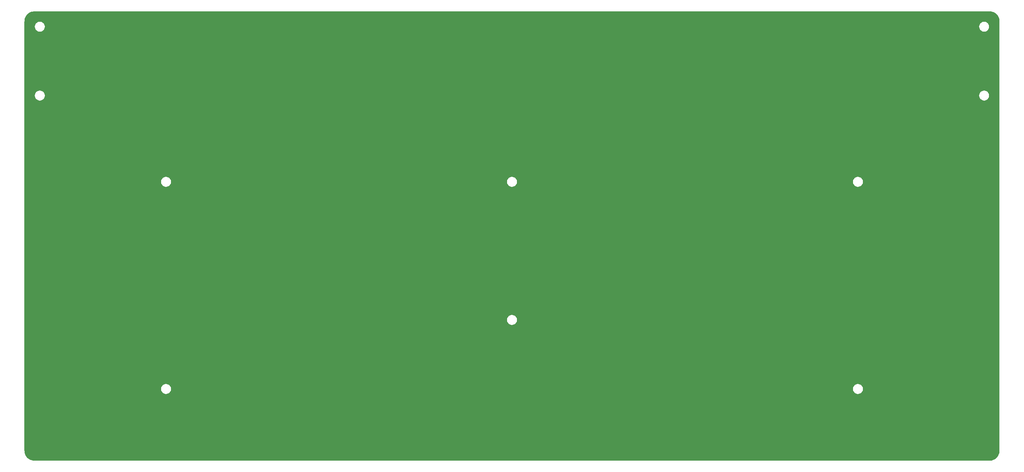
<source format=gbr>
G04 #@! TF.GenerationSoftware,KiCad,Pcbnew,(5.99.0-176-g31e38f2fd)*
G04 #@! TF.CreationDate,2019-12-28T01:19:50+01:00*
G04 #@! TF.ProjectId,5x14_ortho_keyboard_elite-c_backplate,35783134-5f6f-4727-9468-6f5f6b657962,rev?*
G04 #@! TF.SameCoordinates,Original*
G04 #@! TF.FileFunction,Copper,L2,Bot*
G04 #@! TF.FilePolarity,Positive*
%FSLAX46Y46*%
G04 Gerber Fmt 4.6, Leading zero omitted, Abs format (unit mm)*
G04 Created by KiCad (PCBNEW (5.99.0-176-g31e38f2fd)) date 2019-12-28 01:19:50*
%MOMM*%
%LPD*%
G04 APERTURE LIST*
%ADD10C,0.200000*%
G04 APERTURE END LIST*
D10*
G36*
X280694893Y-34809000D02*
G01*
X281029068Y-34828268D01*
X281329113Y-34880635D01*
X281621138Y-34967137D01*
X281901285Y-35086630D01*
X282165850Y-35237535D01*
X282411312Y-35417844D01*
X282634429Y-35625176D01*
X282832228Y-35856770D01*
X283002106Y-36109576D01*
X283141797Y-36380222D01*
X283249459Y-36665141D01*
X283323655Y-36960527D01*
X283363894Y-37266181D01*
X283371697Y-37478964D01*
X283376000Y-37497097D01*
X283376001Y-155911692D01*
X283372250Y-155926143D01*
X283352982Y-156260318D01*
X283300617Y-156560355D01*
X283214114Y-156852385D01*
X283094620Y-157132535D01*
X282943714Y-157397101D01*
X282763402Y-157642567D01*
X282556070Y-157865683D01*
X282324481Y-158063478D01*
X282071674Y-158233356D01*
X281801028Y-158373047D01*
X281516109Y-158480709D01*
X281220723Y-158554905D01*
X280915081Y-158595143D01*
X280702286Y-158602947D01*
X280684153Y-158607250D01*
X17769554Y-158607250D01*
X17755107Y-158603500D01*
X17420932Y-158584232D01*
X17120895Y-158531867D01*
X16828865Y-158445364D01*
X16548715Y-158325870D01*
X16284149Y-158174964D01*
X16038683Y-157994652D01*
X15815567Y-157787320D01*
X15617772Y-157555731D01*
X15447894Y-157302924D01*
X15308203Y-157032278D01*
X15200541Y-156747359D01*
X15126345Y-156451973D01*
X15086107Y-156146331D01*
X15078303Y-155933536D01*
X15074000Y-155915403D01*
X15074000Y-138779479D01*
X52526001Y-138779479D01*
X52526001Y-139033021D01*
X52570028Y-139282711D01*
X52656745Y-139520963D01*
X52783515Y-139740537D01*
X52946489Y-139934761D01*
X53140713Y-140097735D01*
X53360287Y-140224505D01*
X53598539Y-140311222D01*
X53848229Y-140355249D01*
X54101771Y-140355249D01*
X54351461Y-140311222D01*
X54589713Y-140224505D01*
X54809287Y-140097735D01*
X55003511Y-139934761D01*
X55166485Y-139740537D01*
X55293255Y-139520963D01*
X55379972Y-139282711D01*
X55423999Y-139033021D01*
X55423999Y-138779479D01*
X243026001Y-138779479D01*
X243026001Y-139033021D01*
X243070028Y-139282711D01*
X243156745Y-139520963D01*
X243283515Y-139740537D01*
X243446489Y-139934761D01*
X243640713Y-140097735D01*
X243860287Y-140224505D01*
X244098539Y-140311222D01*
X244348229Y-140355249D01*
X244601771Y-140355249D01*
X244851461Y-140311222D01*
X245089713Y-140224505D01*
X245309287Y-140097735D01*
X245503511Y-139934761D01*
X245666485Y-139740537D01*
X245793255Y-139520963D01*
X245879972Y-139282711D01*
X245923999Y-139033021D01*
X245923999Y-138779479D01*
X245879972Y-138529789D01*
X245793255Y-138291537D01*
X245666485Y-138071963D01*
X245503511Y-137877739D01*
X245309287Y-137714765D01*
X245089713Y-137587995D01*
X244851461Y-137501278D01*
X244601771Y-137457251D01*
X244348229Y-137457251D01*
X244098539Y-137501278D01*
X243860287Y-137587995D01*
X243640713Y-137714765D01*
X243446489Y-137877739D01*
X243283515Y-138071963D01*
X243156745Y-138291537D01*
X243070028Y-138529789D01*
X243026001Y-138779479D01*
X55423999Y-138779479D01*
X55379972Y-138529789D01*
X55293255Y-138291537D01*
X55166485Y-138071963D01*
X55003511Y-137877739D01*
X54809287Y-137714765D01*
X54589713Y-137587995D01*
X54351461Y-137501278D01*
X54101771Y-137457251D01*
X53848229Y-137457251D01*
X53598539Y-137501278D01*
X53360287Y-137587995D01*
X53140713Y-137714765D01*
X52946489Y-137877739D01*
X52783515Y-138071963D01*
X52656745Y-138291537D01*
X52570028Y-138529789D01*
X52526001Y-138779479D01*
X15074000Y-138779479D01*
X15074000Y-119729479D01*
X147776001Y-119729479D01*
X147776001Y-119983021D01*
X147820028Y-120232711D01*
X147906745Y-120470963D01*
X148033515Y-120690537D01*
X148196489Y-120884761D01*
X148390713Y-121047735D01*
X148610287Y-121174505D01*
X148848539Y-121261222D01*
X149098229Y-121305249D01*
X149351771Y-121305249D01*
X149601461Y-121261222D01*
X149839713Y-121174505D01*
X150059287Y-121047735D01*
X150253511Y-120884761D01*
X150416485Y-120690537D01*
X150543255Y-120470963D01*
X150629972Y-120232711D01*
X150673999Y-119983021D01*
X150673999Y-119729479D01*
X150629972Y-119479789D01*
X150543255Y-119241537D01*
X150416485Y-119021963D01*
X150253511Y-118827739D01*
X150059287Y-118664765D01*
X149839713Y-118537995D01*
X149601461Y-118451278D01*
X149351771Y-118407251D01*
X149098229Y-118407251D01*
X148848539Y-118451278D01*
X148610287Y-118537995D01*
X148390713Y-118664765D01*
X148196489Y-118827739D01*
X148033515Y-119021963D01*
X147906745Y-119241537D01*
X147820028Y-119479789D01*
X147776001Y-119729479D01*
X15074000Y-119729479D01*
X15074000Y-81629479D01*
X52526001Y-81629479D01*
X52526001Y-81883021D01*
X52570028Y-82132711D01*
X52656745Y-82370963D01*
X52783515Y-82590537D01*
X52946489Y-82784761D01*
X53140713Y-82947735D01*
X53360287Y-83074505D01*
X53598539Y-83161222D01*
X53848229Y-83205249D01*
X54101771Y-83205249D01*
X54351461Y-83161222D01*
X54589713Y-83074505D01*
X54809287Y-82947735D01*
X55003511Y-82784761D01*
X55166485Y-82590537D01*
X55293255Y-82370963D01*
X55379972Y-82132711D01*
X55423999Y-81883021D01*
X55423999Y-81629479D01*
X147776001Y-81629479D01*
X147776001Y-81883021D01*
X147820028Y-82132711D01*
X147906745Y-82370963D01*
X148033515Y-82590537D01*
X148196489Y-82784761D01*
X148390713Y-82947735D01*
X148610287Y-83074505D01*
X148848539Y-83161222D01*
X149098229Y-83205249D01*
X149351771Y-83205249D01*
X149601461Y-83161222D01*
X149839713Y-83074505D01*
X150059287Y-82947735D01*
X150253511Y-82784761D01*
X150416485Y-82590537D01*
X150543255Y-82370963D01*
X150629972Y-82132711D01*
X150673999Y-81883021D01*
X150673999Y-81629479D01*
X243026001Y-81629479D01*
X243026001Y-81883021D01*
X243070028Y-82132711D01*
X243156745Y-82370963D01*
X243283515Y-82590537D01*
X243446489Y-82784761D01*
X243640713Y-82947735D01*
X243860287Y-83074505D01*
X244098539Y-83161222D01*
X244348229Y-83205249D01*
X244601771Y-83205249D01*
X244851461Y-83161222D01*
X245089713Y-83074505D01*
X245309287Y-82947735D01*
X245503511Y-82784761D01*
X245666485Y-82590537D01*
X245793255Y-82370963D01*
X245879972Y-82132711D01*
X245923999Y-81883021D01*
X245923999Y-81629479D01*
X245879972Y-81379789D01*
X245793255Y-81141537D01*
X245666485Y-80921963D01*
X245503511Y-80727739D01*
X245309287Y-80564765D01*
X245089713Y-80437995D01*
X244851461Y-80351278D01*
X244601771Y-80307251D01*
X244348229Y-80307251D01*
X244098539Y-80351278D01*
X243860287Y-80437995D01*
X243640713Y-80564765D01*
X243446489Y-80727739D01*
X243283515Y-80921963D01*
X243156745Y-81141537D01*
X243070028Y-81379789D01*
X243026001Y-81629479D01*
X150673999Y-81629479D01*
X150629972Y-81379789D01*
X150543255Y-81141537D01*
X150416485Y-80921963D01*
X150253511Y-80727739D01*
X150059287Y-80564765D01*
X149839713Y-80437995D01*
X149601461Y-80351278D01*
X149351771Y-80307251D01*
X149098229Y-80307251D01*
X148848539Y-80351278D01*
X148610287Y-80437995D01*
X148390713Y-80564765D01*
X148196489Y-80727739D01*
X148033515Y-80921963D01*
X147906745Y-81141537D01*
X147820028Y-81379789D01*
X147776001Y-81629479D01*
X55423999Y-81629479D01*
X55379972Y-81379789D01*
X55293255Y-81141537D01*
X55166485Y-80921963D01*
X55003511Y-80727739D01*
X54809287Y-80564765D01*
X54589713Y-80437995D01*
X54351461Y-80351278D01*
X54101771Y-80307251D01*
X53848229Y-80307251D01*
X53598539Y-80351278D01*
X53360287Y-80437995D01*
X53140713Y-80564765D01*
X52946489Y-80727739D01*
X52783515Y-80921963D01*
X52656745Y-81141537D01*
X52570028Y-81379789D01*
X52526001Y-81629479D01*
X15074000Y-81629479D01*
X15074000Y-57829479D01*
X17776001Y-57829479D01*
X17776001Y-58083021D01*
X17820028Y-58332711D01*
X17906745Y-58570963D01*
X18033515Y-58790537D01*
X18196489Y-58984761D01*
X18390713Y-59147735D01*
X18610287Y-59274505D01*
X18848539Y-59361222D01*
X19098229Y-59405249D01*
X19351771Y-59405249D01*
X19601461Y-59361222D01*
X19839713Y-59274505D01*
X20059287Y-59147735D01*
X20253511Y-58984761D01*
X20416485Y-58790537D01*
X20543255Y-58570963D01*
X20629972Y-58332711D01*
X20673999Y-58083021D01*
X20673999Y-57829479D01*
X277776001Y-57829479D01*
X277776001Y-58083021D01*
X277820028Y-58332711D01*
X277906745Y-58570963D01*
X278033515Y-58790537D01*
X278196489Y-58984761D01*
X278390713Y-59147735D01*
X278610287Y-59274505D01*
X278848539Y-59361222D01*
X279098229Y-59405249D01*
X279351771Y-59405249D01*
X279601461Y-59361222D01*
X279839713Y-59274505D01*
X280059287Y-59147735D01*
X280253511Y-58984761D01*
X280416485Y-58790537D01*
X280543255Y-58570963D01*
X280629972Y-58332711D01*
X280673999Y-58083021D01*
X280673999Y-57829479D01*
X280629972Y-57579789D01*
X280543255Y-57341537D01*
X280416485Y-57121963D01*
X280253511Y-56927739D01*
X280059287Y-56764765D01*
X279839713Y-56637995D01*
X279601461Y-56551278D01*
X279351771Y-56507251D01*
X279098229Y-56507251D01*
X278848539Y-56551278D01*
X278610287Y-56637995D01*
X278390713Y-56764765D01*
X278196489Y-56927739D01*
X278033515Y-57121963D01*
X277906745Y-57341537D01*
X277820028Y-57579789D01*
X277776001Y-57829479D01*
X20673999Y-57829479D01*
X20629972Y-57579789D01*
X20543255Y-57341537D01*
X20416485Y-57121963D01*
X20253511Y-56927739D01*
X20059287Y-56764765D01*
X19839713Y-56637995D01*
X19601461Y-56551278D01*
X19351771Y-56507251D01*
X19098229Y-56507251D01*
X18848539Y-56551278D01*
X18610287Y-56637995D01*
X18390713Y-56764765D01*
X18196489Y-56927739D01*
X18033515Y-57121963D01*
X17906745Y-57341537D01*
X17820028Y-57579789D01*
X17776001Y-57829479D01*
X15074000Y-57829479D01*
X15074000Y-38829479D01*
X17776001Y-38829479D01*
X17776001Y-39083021D01*
X17820028Y-39332711D01*
X17906745Y-39570963D01*
X18033515Y-39790537D01*
X18196489Y-39984761D01*
X18390713Y-40147735D01*
X18610287Y-40274505D01*
X18848539Y-40361222D01*
X19098229Y-40405249D01*
X19351771Y-40405249D01*
X19601461Y-40361222D01*
X19839713Y-40274505D01*
X20059287Y-40147735D01*
X20253511Y-39984761D01*
X20416485Y-39790537D01*
X20543255Y-39570963D01*
X20629972Y-39332711D01*
X20673999Y-39083021D01*
X20673999Y-38829479D01*
X277776001Y-38829479D01*
X277776001Y-39083021D01*
X277820028Y-39332711D01*
X277906745Y-39570963D01*
X278033515Y-39790537D01*
X278196489Y-39984761D01*
X278390713Y-40147735D01*
X278610287Y-40274505D01*
X278848539Y-40361222D01*
X279098229Y-40405249D01*
X279351771Y-40405249D01*
X279601461Y-40361222D01*
X279839713Y-40274505D01*
X280059287Y-40147735D01*
X280253511Y-39984761D01*
X280416485Y-39790537D01*
X280543255Y-39570963D01*
X280629972Y-39332711D01*
X280673999Y-39083021D01*
X280673999Y-38829479D01*
X280629972Y-38579789D01*
X280543255Y-38341537D01*
X280416485Y-38121963D01*
X280253511Y-37927739D01*
X280059287Y-37764765D01*
X279839713Y-37637995D01*
X279601461Y-37551278D01*
X279351771Y-37507251D01*
X279098229Y-37507251D01*
X278848539Y-37551278D01*
X278610287Y-37637995D01*
X278390713Y-37764765D01*
X278196489Y-37927739D01*
X278033515Y-38121963D01*
X277906745Y-38341537D01*
X277820028Y-38579789D01*
X277776001Y-38829479D01*
X20673999Y-38829479D01*
X20629972Y-38579789D01*
X20543255Y-38341537D01*
X20416485Y-38121963D01*
X20253511Y-37927739D01*
X20059287Y-37764765D01*
X19839713Y-37637995D01*
X19601461Y-37551278D01*
X19351771Y-37507251D01*
X19098229Y-37507251D01*
X18848539Y-37551278D01*
X18610287Y-37637995D01*
X18390713Y-37764765D01*
X18196489Y-37927739D01*
X18033515Y-38121963D01*
X17906745Y-38341537D01*
X17820028Y-38579789D01*
X17776001Y-38829479D01*
X15074000Y-38829479D01*
X15074000Y-37500804D01*
X15077750Y-37486357D01*
X15097018Y-37152182D01*
X15149385Y-36852137D01*
X15235887Y-36560112D01*
X15355380Y-36279965D01*
X15506285Y-36015400D01*
X15686594Y-35769938D01*
X15893926Y-35546821D01*
X16125520Y-35349022D01*
X16378326Y-35179144D01*
X16648972Y-35039453D01*
X16933891Y-34931791D01*
X17229277Y-34857595D01*
X17534931Y-34817356D01*
X17747714Y-34809553D01*
X17765847Y-34805250D01*
X280680446Y-34805250D01*
X280694893Y-34809000D01*
X280694893Y-34809000D01*
G37*
X280694893Y-34809000D02*
X281029068Y-34828268D01*
X281329113Y-34880635D01*
X281621138Y-34967137D01*
X281901285Y-35086630D01*
X282165850Y-35237535D01*
X282411312Y-35417844D01*
X282634429Y-35625176D01*
X282832228Y-35856770D01*
X283002106Y-36109576D01*
X283141797Y-36380222D01*
X283249459Y-36665141D01*
X283323655Y-36960527D01*
X283363894Y-37266181D01*
X283371697Y-37478964D01*
X283376000Y-37497097D01*
X283376001Y-155911692D01*
X283372250Y-155926143D01*
X283352982Y-156260318D01*
X283300617Y-156560355D01*
X283214114Y-156852385D01*
X283094620Y-157132535D01*
X282943714Y-157397101D01*
X282763402Y-157642567D01*
X282556070Y-157865683D01*
X282324481Y-158063478D01*
X282071674Y-158233356D01*
X281801028Y-158373047D01*
X281516109Y-158480709D01*
X281220723Y-158554905D01*
X280915081Y-158595143D01*
X280702286Y-158602947D01*
X280684153Y-158607250D01*
X17769554Y-158607250D01*
X17755107Y-158603500D01*
X17420932Y-158584232D01*
X17120895Y-158531867D01*
X16828865Y-158445364D01*
X16548715Y-158325870D01*
X16284149Y-158174964D01*
X16038683Y-157994652D01*
X15815567Y-157787320D01*
X15617772Y-157555731D01*
X15447894Y-157302924D01*
X15308203Y-157032278D01*
X15200541Y-156747359D01*
X15126345Y-156451973D01*
X15086107Y-156146331D01*
X15078303Y-155933536D01*
X15074000Y-155915403D01*
X15074000Y-138779479D01*
X52526001Y-138779479D01*
X52526001Y-139033021D01*
X52570028Y-139282711D01*
X52656745Y-139520963D01*
X52783515Y-139740537D01*
X52946489Y-139934761D01*
X53140713Y-140097735D01*
X53360287Y-140224505D01*
X53598539Y-140311222D01*
X53848229Y-140355249D01*
X54101771Y-140355249D01*
X54351461Y-140311222D01*
X54589713Y-140224505D01*
X54809287Y-140097735D01*
X55003511Y-139934761D01*
X55166485Y-139740537D01*
X55293255Y-139520963D01*
X55379972Y-139282711D01*
X55423999Y-139033021D01*
X55423999Y-138779479D01*
X243026001Y-138779479D01*
X243026001Y-139033021D01*
X243070028Y-139282711D01*
X243156745Y-139520963D01*
X243283515Y-139740537D01*
X243446489Y-139934761D01*
X243640713Y-140097735D01*
X243860287Y-140224505D01*
X244098539Y-140311222D01*
X244348229Y-140355249D01*
X244601771Y-140355249D01*
X244851461Y-140311222D01*
X245089713Y-140224505D01*
X245309287Y-140097735D01*
X245503511Y-139934761D01*
X245666485Y-139740537D01*
X245793255Y-139520963D01*
X245879972Y-139282711D01*
X245923999Y-139033021D01*
X245923999Y-138779479D01*
X245879972Y-138529789D01*
X245793255Y-138291537D01*
X245666485Y-138071963D01*
X245503511Y-137877739D01*
X245309287Y-137714765D01*
X245089713Y-137587995D01*
X244851461Y-137501278D01*
X244601771Y-137457251D01*
X244348229Y-137457251D01*
X244098539Y-137501278D01*
X243860287Y-137587995D01*
X243640713Y-137714765D01*
X243446489Y-137877739D01*
X243283515Y-138071963D01*
X243156745Y-138291537D01*
X243070028Y-138529789D01*
X243026001Y-138779479D01*
X55423999Y-138779479D01*
X55379972Y-138529789D01*
X55293255Y-138291537D01*
X55166485Y-138071963D01*
X55003511Y-137877739D01*
X54809287Y-137714765D01*
X54589713Y-137587995D01*
X54351461Y-137501278D01*
X54101771Y-137457251D01*
X53848229Y-137457251D01*
X53598539Y-137501278D01*
X53360287Y-137587995D01*
X53140713Y-137714765D01*
X52946489Y-137877739D01*
X52783515Y-138071963D01*
X52656745Y-138291537D01*
X52570028Y-138529789D01*
X52526001Y-138779479D01*
X15074000Y-138779479D01*
X15074000Y-119729479D01*
X147776001Y-119729479D01*
X147776001Y-119983021D01*
X147820028Y-120232711D01*
X147906745Y-120470963D01*
X148033515Y-120690537D01*
X148196489Y-120884761D01*
X148390713Y-121047735D01*
X148610287Y-121174505D01*
X148848539Y-121261222D01*
X149098229Y-121305249D01*
X149351771Y-121305249D01*
X149601461Y-121261222D01*
X149839713Y-121174505D01*
X150059287Y-121047735D01*
X150253511Y-120884761D01*
X150416485Y-120690537D01*
X150543255Y-120470963D01*
X150629972Y-120232711D01*
X150673999Y-119983021D01*
X150673999Y-119729479D01*
X150629972Y-119479789D01*
X150543255Y-119241537D01*
X150416485Y-119021963D01*
X150253511Y-118827739D01*
X150059287Y-118664765D01*
X149839713Y-118537995D01*
X149601461Y-118451278D01*
X149351771Y-118407251D01*
X149098229Y-118407251D01*
X148848539Y-118451278D01*
X148610287Y-118537995D01*
X148390713Y-118664765D01*
X148196489Y-118827739D01*
X148033515Y-119021963D01*
X147906745Y-119241537D01*
X147820028Y-119479789D01*
X147776001Y-119729479D01*
X15074000Y-119729479D01*
X15074000Y-81629479D01*
X52526001Y-81629479D01*
X52526001Y-81883021D01*
X52570028Y-82132711D01*
X52656745Y-82370963D01*
X52783515Y-82590537D01*
X52946489Y-82784761D01*
X53140713Y-82947735D01*
X53360287Y-83074505D01*
X53598539Y-83161222D01*
X53848229Y-83205249D01*
X54101771Y-83205249D01*
X54351461Y-83161222D01*
X54589713Y-83074505D01*
X54809287Y-82947735D01*
X55003511Y-82784761D01*
X55166485Y-82590537D01*
X55293255Y-82370963D01*
X55379972Y-82132711D01*
X55423999Y-81883021D01*
X55423999Y-81629479D01*
X147776001Y-81629479D01*
X147776001Y-81883021D01*
X147820028Y-82132711D01*
X147906745Y-82370963D01*
X148033515Y-82590537D01*
X148196489Y-82784761D01*
X148390713Y-82947735D01*
X148610287Y-83074505D01*
X148848539Y-83161222D01*
X149098229Y-83205249D01*
X149351771Y-83205249D01*
X149601461Y-83161222D01*
X149839713Y-83074505D01*
X150059287Y-82947735D01*
X150253511Y-82784761D01*
X150416485Y-82590537D01*
X150543255Y-82370963D01*
X150629972Y-82132711D01*
X150673999Y-81883021D01*
X150673999Y-81629479D01*
X243026001Y-81629479D01*
X243026001Y-81883021D01*
X243070028Y-82132711D01*
X243156745Y-82370963D01*
X243283515Y-82590537D01*
X243446489Y-82784761D01*
X243640713Y-82947735D01*
X243860287Y-83074505D01*
X244098539Y-83161222D01*
X244348229Y-83205249D01*
X244601771Y-83205249D01*
X244851461Y-83161222D01*
X245089713Y-83074505D01*
X245309287Y-82947735D01*
X245503511Y-82784761D01*
X245666485Y-82590537D01*
X245793255Y-82370963D01*
X245879972Y-82132711D01*
X245923999Y-81883021D01*
X245923999Y-81629479D01*
X245879972Y-81379789D01*
X245793255Y-81141537D01*
X245666485Y-80921963D01*
X245503511Y-80727739D01*
X245309287Y-80564765D01*
X245089713Y-80437995D01*
X244851461Y-80351278D01*
X244601771Y-80307251D01*
X244348229Y-80307251D01*
X244098539Y-80351278D01*
X243860287Y-80437995D01*
X243640713Y-80564765D01*
X243446489Y-80727739D01*
X243283515Y-80921963D01*
X243156745Y-81141537D01*
X243070028Y-81379789D01*
X243026001Y-81629479D01*
X150673999Y-81629479D01*
X150629972Y-81379789D01*
X150543255Y-81141537D01*
X150416485Y-80921963D01*
X150253511Y-80727739D01*
X150059287Y-80564765D01*
X149839713Y-80437995D01*
X149601461Y-80351278D01*
X149351771Y-80307251D01*
X149098229Y-80307251D01*
X148848539Y-80351278D01*
X148610287Y-80437995D01*
X148390713Y-80564765D01*
X148196489Y-80727739D01*
X148033515Y-80921963D01*
X147906745Y-81141537D01*
X147820028Y-81379789D01*
X147776001Y-81629479D01*
X55423999Y-81629479D01*
X55379972Y-81379789D01*
X55293255Y-81141537D01*
X55166485Y-80921963D01*
X55003511Y-80727739D01*
X54809287Y-80564765D01*
X54589713Y-80437995D01*
X54351461Y-80351278D01*
X54101771Y-80307251D01*
X53848229Y-80307251D01*
X53598539Y-80351278D01*
X53360287Y-80437995D01*
X53140713Y-80564765D01*
X52946489Y-80727739D01*
X52783515Y-80921963D01*
X52656745Y-81141537D01*
X52570028Y-81379789D01*
X52526001Y-81629479D01*
X15074000Y-81629479D01*
X15074000Y-57829479D01*
X17776001Y-57829479D01*
X17776001Y-58083021D01*
X17820028Y-58332711D01*
X17906745Y-58570963D01*
X18033515Y-58790537D01*
X18196489Y-58984761D01*
X18390713Y-59147735D01*
X18610287Y-59274505D01*
X18848539Y-59361222D01*
X19098229Y-59405249D01*
X19351771Y-59405249D01*
X19601461Y-59361222D01*
X19839713Y-59274505D01*
X20059287Y-59147735D01*
X20253511Y-58984761D01*
X20416485Y-58790537D01*
X20543255Y-58570963D01*
X20629972Y-58332711D01*
X20673999Y-58083021D01*
X20673999Y-57829479D01*
X277776001Y-57829479D01*
X277776001Y-58083021D01*
X277820028Y-58332711D01*
X277906745Y-58570963D01*
X278033515Y-58790537D01*
X278196489Y-58984761D01*
X278390713Y-59147735D01*
X278610287Y-59274505D01*
X278848539Y-59361222D01*
X279098229Y-59405249D01*
X279351771Y-59405249D01*
X279601461Y-59361222D01*
X279839713Y-59274505D01*
X280059287Y-59147735D01*
X280253511Y-58984761D01*
X280416485Y-58790537D01*
X280543255Y-58570963D01*
X280629972Y-58332711D01*
X280673999Y-58083021D01*
X280673999Y-57829479D01*
X280629972Y-57579789D01*
X280543255Y-57341537D01*
X280416485Y-57121963D01*
X280253511Y-56927739D01*
X280059287Y-56764765D01*
X279839713Y-56637995D01*
X279601461Y-56551278D01*
X279351771Y-56507251D01*
X279098229Y-56507251D01*
X278848539Y-56551278D01*
X278610287Y-56637995D01*
X278390713Y-56764765D01*
X278196489Y-56927739D01*
X278033515Y-57121963D01*
X277906745Y-57341537D01*
X277820028Y-57579789D01*
X277776001Y-57829479D01*
X20673999Y-57829479D01*
X20629972Y-57579789D01*
X20543255Y-57341537D01*
X20416485Y-57121963D01*
X20253511Y-56927739D01*
X20059287Y-56764765D01*
X19839713Y-56637995D01*
X19601461Y-56551278D01*
X19351771Y-56507251D01*
X19098229Y-56507251D01*
X18848539Y-56551278D01*
X18610287Y-56637995D01*
X18390713Y-56764765D01*
X18196489Y-56927739D01*
X18033515Y-57121963D01*
X17906745Y-57341537D01*
X17820028Y-57579789D01*
X17776001Y-57829479D01*
X15074000Y-57829479D01*
X15074000Y-38829479D01*
X17776001Y-38829479D01*
X17776001Y-39083021D01*
X17820028Y-39332711D01*
X17906745Y-39570963D01*
X18033515Y-39790537D01*
X18196489Y-39984761D01*
X18390713Y-40147735D01*
X18610287Y-40274505D01*
X18848539Y-40361222D01*
X19098229Y-40405249D01*
X19351771Y-40405249D01*
X19601461Y-40361222D01*
X19839713Y-40274505D01*
X20059287Y-40147735D01*
X20253511Y-39984761D01*
X20416485Y-39790537D01*
X20543255Y-39570963D01*
X20629972Y-39332711D01*
X20673999Y-39083021D01*
X20673999Y-38829479D01*
X277776001Y-38829479D01*
X277776001Y-39083021D01*
X277820028Y-39332711D01*
X277906745Y-39570963D01*
X278033515Y-39790537D01*
X278196489Y-39984761D01*
X278390713Y-40147735D01*
X278610287Y-40274505D01*
X278848539Y-40361222D01*
X279098229Y-40405249D01*
X279351771Y-40405249D01*
X279601461Y-40361222D01*
X279839713Y-40274505D01*
X280059287Y-40147735D01*
X280253511Y-39984761D01*
X280416485Y-39790537D01*
X280543255Y-39570963D01*
X280629972Y-39332711D01*
X280673999Y-39083021D01*
X280673999Y-38829479D01*
X280629972Y-38579789D01*
X280543255Y-38341537D01*
X280416485Y-38121963D01*
X280253511Y-37927739D01*
X280059287Y-37764765D01*
X279839713Y-37637995D01*
X279601461Y-37551278D01*
X279351771Y-37507251D01*
X279098229Y-37507251D01*
X278848539Y-37551278D01*
X278610287Y-37637995D01*
X278390713Y-37764765D01*
X278196489Y-37927739D01*
X278033515Y-38121963D01*
X277906745Y-38341537D01*
X277820028Y-38579789D01*
X277776001Y-38829479D01*
X20673999Y-38829479D01*
X20629972Y-38579789D01*
X20543255Y-38341537D01*
X20416485Y-38121963D01*
X20253511Y-37927739D01*
X20059287Y-37764765D01*
X19839713Y-37637995D01*
X19601461Y-37551278D01*
X19351771Y-37507251D01*
X19098229Y-37507251D01*
X18848539Y-37551278D01*
X18610287Y-37637995D01*
X18390713Y-37764765D01*
X18196489Y-37927739D01*
X18033515Y-38121963D01*
X17906745Y-38341537D01*
X17820028Y-38579789D01*
X17776001Y-38829479D01*
X15074000Y-38829479D01*
X15074000Y-37500804D01*
X15077750Y-37486357D01*
X15097018Y-37152182D01*
X15149385Y-36852137D01*
X15235887Y-36560112D01*
X15355380Y-36279965D01*
X15506285Y-36015400D01*
X15686594Y-35769938D01*
X15893926Y-35546821D01*
X16125520Y-35349022D01*
X16378326Y-35179144D01*
X16648972Y-35039453D01*
X16933891Y-34931791D01*
X17229277Y-34857595D01*
X17534931Y-34817356D01*
X17747714Y-34809553D01*
X17765847Y-34805250D01*
X280680446Y-34805250D01*
X280694893Y-34809000D01*
M02*

</source>
